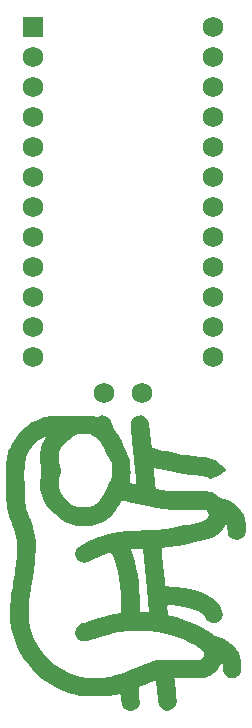
<source format=gbr>
%TF.GenerationSoftware,KiCad,Pcbnew,6.0.4*%
%TF.CreationDate,2022-04-03T20:08:53+02:00*%
%TF.ProjectId,lbd,6c62642e-6b69-4636-9164-5f7063625858,v1.0.0*%
%TF.SameCoordinates,Original*%
%TF.FileFunction,Legend,Bot*%
%TF.FilePolarity,Positive*%
%FSLAX46Y46*%
G04 Gerber Fmt 4.6, Leading zero omitted, Abs format (unit mm)*
G04 Created by KiCad (PCBNEW 6.0.4) date 2022-04-03 20:08:53*
%MOMM*%
%LPD*%
G01*
G04 APERTURE LIST*
%ADD10C,1.752600*%
%ADD11R,1.752600X1.752600*%
G04 APERTURE END LIST*
%TO.C,G\u002A\u002A\u002A*%
G36*
X191584423Y-119552990D02*
G01*
X191211193Y-119552486D01*
X190916484Y-119548582D01*
X190681148Y-119539979D01*
X190486037Y-119525376D01*
X190312002Y-119503472D01*
X190139894Y-119472966D01*
X190012143Y-119446199D01*
X189190067Y-119218781D01*
X188414324Y-118908268D01*
X187689562Y-118519203D01*
X187020430Y-118056128D01*
X186411575Y-117523586D01*
X185867648Y-116926120D01*
X185393295Y-116268273D01*
X184993166Y-115554587D01*
X184671909Y-114789604D01*
X184439467Y-114000413D01*
X184394583Y-113802879D01*
X184361396Y-113630482D01*
X184338178Y-113462483D01*
X184323203Y-113278145D01*
X184314744Y-113056729D01*
X184311075Y-112777498D01*
X184310446Y-112450769D01*
X184310992Y-112189649D01*
X184313266Y-111966369D01*
X184318743Y-111766581D01*
X184328896Y-111575935D01*
X184345200Y-111380082D01*
X184369128Y-111164674D01*
X184402155Y-110915360D01*
X184445754Y-110617792D01*
X184501400Y-110257620D01*
X184570567Y-109820496D01*
X184598967Y-109642115D01*
X184675149Y-109160727D01*
X184736719Y-108762049D01*
X184785214Y-108432442D01*
X184822169Y-108158267D01*
X184849120Y-107925886D01*
X184867603Y-107721660D01*
X184879155Y-107531951D01*
X184885311Y-107343119D01*
X184887607Y-107141527D01*
X184887771Y-107077692D01*
X184881535Y-106693442D01*
X184858317Y-106359775D01*
X184812828Y-106050512D01*
X184739778Y-105739472D01*
X184633879Y-105400476D01*
X184489841Y-105007344D01*
X184447382Y-104897864D01*
X184320113Y-104556839D01*
X184214794Y-104234790D01*
X184129706Y-103918166D01*
X184063125Y-103593419D01*
X184013331Y-103246998D01*
X183978600Y-102865354D01*
X183957212Y-102434938D01*
X183947445Y-101942199D01*
X183947577Y-101373589D01*
X183951430Y-101013157D01*
X185510252Y-101013157D01*
X185516866Y-101515183D01*
X185518063Y-101582500D01*
X185528291Y-102068558D01*
X185541249Y-102472559D01*
X185559353Y-102810136D01*
X185585015Y-103096924D01*
X185620652Y-103348557D01*
X185668676Y-103580668D01*
X185731503Y-103808892D01*
X185811547Y-104048864D01*
X185911222Y-104316217D01*
X185959351Y-104440000D01*
X186111234Y-104847360D01*
X186236107Y-105231924D01*
X186334397Y-105604974D01*
X186406527Y-105977797D01*
X186452922Y-106361674D01*
X186474006Y-106767891D01*
X186470205Y-107207732D01*
X186441942Y-107692480D01*
X186389644Y-108233420D01*
X186313733Y-108841836D01*
X186214635Y-109529012D01*
X186163374Y-109861923D01*
X186069355Y-110476611D01*
X185993422Y-111006104D01*
X185934791Y-111461062D01*
X185892676Y-111852142D01*
X185866295Y-112190003D01*
X185854862Y-112485304D01*
X185857593Y-112748702D01*
X185873704Y-112990857D01*
X185902411Y-113222426D01*
X185911737Y-113281580D01*
X186074736Y-114005036D01*
X186319075Y-114675842D01*
X186647585Y-115299488D01*
X187063098Y-115881465D01*
X187499216Y-116359791D01*
X188060248Y-116854063D01*
X188654164Y-117258046D01*
X189285694Y-117573806D01*
X189959569Y-117803409D01*
X190680522Y-117948919D01*
X191266923Y-118004756D01*
X191589877Y-118015301D01*
X191897697Y-118009350D01*
X192202202Y-117984060D01*
X192515209Y-117936586D01*
X192848539Y-117864085D01*
X193214009Y-117763711D01*
X193623439Y-117632621D01*
X194088647Y-117467971D01*
X194621452Y-117266915D01*
X195082874Y-117086430D01*
X196676324Y-116456154D01*
X200410923Y-116456154D01*
X200577000Y-116290077D01*
X200708545Y-116114973D01*
X200747087Y-115942968D01*
X200691584Y-115770925D01*
X200540988Y-115595712D01*
X200294256Y-115414194D01*
X200282508Y-115406842D01*
X199949601Y-115214542D01*
X199555286Y-115010451D01*
X199131927Y-114809661D01*
X198711886Y-114627263D01*
X198327526Y-114478349D01*
X198190925Y-114431508D01*
X197481010Y-114226989D01*
X196783352Y-114084823D01*
X196070869Y-114001336D01*
X196053846Y-114000693D01*
X195316481Y-113972857D01*
X194858980Y-113979778D01*
X194465919Y-113997247D01*
X194106018Y-114025528D01*
X193760927Y-114068162D01*
X193412295Y-114128686D01*
X193041771Y-114210642D01*
X192631004Y-114317569D01*
X192161643Y-114453006D01*
X191742460Y-114580902D01*
X191349260Y-114700323D01*
X191035532Y-114788311D01*
X190788745Y-114846287D01*
X190596368Y-114875672D01*
X190445871Y-114877887D01*
X190324723Y-114854351D01*
X190220393Y-114806487D01*
X190153111Y-114761103D01*
X189968473Y-114591138D01*
X189864956Y-114404725D01*
X189827041Y-114171099D01*
X189825961Y-114112491D01*
X189834147Y-113932017D01*
X189868150Y-113803732D01*
X189942139Y-113682830D01*
X189975427Y-113639823D01*
X190046290Y-113559375D01*
X190126249Y-113493898D01*
X190234042Y-113433806D01*
X190388408Y-113369516D01*
X190608086Y-113291445D01*
X190750046Y-113243656D01*
X191496372Y-113004084D01*
X192163630Y-112809377D01*
X192749328Y-112660232D01*
X193107109Y-112583766D01*
X193652871Y-112478221D01*
X193687822Y-112012668D01*
X193706303Y-111447520D01*
X193684771Y-110824990D01*
X193626315Y-110175369D01*
X193534025Y-109528946D01*
X193410990Y-108916011D01*
X193345508Y-108655825D01*
X193264903Y-108377544D01*
X193176184Y-108104456D01*
X193085812Y-107853277D01*
X193000244Y-107640724D01*
X192925939Y-107483512D01*
X192869354Y-107398357D01*
X192856090Y-107389073D01*
X192765026Y-107390890D01*
X192602511Y-107430858D01*
X192384299Y-107503094D01*
X192126143Y-107601714D01*
X191843799Y-107720836D01*
X191553019Y-107854575D01*
X191376971Y-107941461D01*
X191064355Y-108092785D01*
X190820825Y-108194535D01*
X190651327Y-108244744D01*
X190601394Y-108250000D01*
X190340155Y-108207962D01*
X190122274Y-108093042D01*
X189955570Y-107922035D01*
X189847859Y-107711736D01*
X189806959Y-107478938D01*
X189840688Y-107240436D01*
X189904990Y-107114567D01*
X194508331Y-107114567D01*
X194509503Y-107148193D01*
X194514445Y-107161461D01*
X194677247Y-107607520D01*
X194833699Y-108122650D01*
X194976057Y-108678238D01*
X195096574Y-109245673D01*
X195133017Y-109446731D01*
X195171601Y-109699864D01*
X195201556Y-109969398D01*
X195224204Y-110274297D01*
X195240868Y-110633522D01*
X195252868Y-111066034D01*
X195255616Y-111205192D01*
X195277107Y-112377500D01*
X195665476Y-112391687D01*
X196053846Y-112405874D01*
X196051237Y-112269572D01*
X196045924Y-112195529D01*
X196031645Y-112034004D01*
X196009341Y-111794705D01*
X195979948Y-111487337D01*
X195944407Y-111121609D01*
X195903656Y-110707227D01*
X195858633Y-110253899D01*
X195810277Y-109771331D01*
X195794795Y-109617692D01*
X195540961Y-107102115D01*
X195009982Y-107088192D01*
X194777297Y-107083198D01*
X194626568Y-107084385D01*
X194542133Y-107094070D01*
X194508331Y-107114567D01*
X189904990Y-107114567D01*
X189956864Y-107013024D01*
X190000452Y-106959021D01*
X190110021Y-106866538D01*
X190293190Y-106747545D01*
X190532514Y-106610957D01*
X190810549Y-106465686D01*
X191109850Y-106320646D01*
X191412972Y-106184748D01*
X191702472Y-106066908D01*
X191856918Y-106010467D01*
X192609547Y-105790740D01*
X193414180Y-105631969D01*
X194243095Y-105538652D01*
X194916248Y-105514132D01*
X195733562Y-105492849D01*
X196601692Y-105432725D01*
X197483475Y-105337392D01*
X198341750Y-105210479D01*
X198715961Y-105142967D01*
X199057825Y-105073703D01*
X199410464Y-104995669D01*
X199759327Y-104912731D01*
X200089865Y-104828759D01*
X200387528Y-104747619D01*
X200637766Y-104673180D01*
X200826030Y-104609309D01*
X200937768Y-104559875D01*
X200954955Y-104547766D01*
X201086930Y-104372797D01*
X201125048Y-104175149D01*
X201067451Y-103964999D01*
X201062880Y-103955993D01*
X201006613Y-103866434D01*
X200934648Y-103801254D01*
X200833144Y-103758046D01*
X200688265Y-103734406D01*
X200486172Y-103727928D01*
X200213025Y-103736207D01*
X199900426Y-103753944D01*
X199265077Y-103780606D01*
X198639805Y-103777986D01*
X198009648Y-103744345D01*
X197359644Y-103677941D01*
X196674830Y-103577034D01*
X195940246Y-103439881D01*
X195140929Y-103264741D01*
X194618094Y-103139232D01*
X194341221Y-103071710D01*
X194099330Y-103014284D01*
X193907424Y-102970388D01*
X193780508Y-102943454D01*
X193733630Y-102936842D01*
X193708378Y-102983264D01*
X193649073Y-103097075D01*
X193565934Y-103258578D01*
X193511307Y-103365385D01*
X193281918Y-103736975D01*
X192987729Y-104094487D01*
X192652421Y-104413658D01*
X192299676Y-104670229D01*
X192160831Y-104748946D01*
X191650139Y-104960134D01*
X191105930Y-105087475D01*
X190544810Y-105130972D01*
X190535258Y-105130286D01*
X189983385Y-105090623D01*
X189438261Y-104966430D01*
X188926044Y-104758391D01*
X188907630Y-104748925D01*
X188673996Y-104602300D01*
X188405901Y-104392837D01*
X188122301Y-104139494D01*
X187842154Y-103861228D01*
X187584416Y-103576996D01*
X187368044Y-103305755D01*
X187211996Y-103066461D01*
X187196844Y-103038139D01*
X186986370Y-102530757D01*
X186860520Y-101993389D01*
X186821764Y-101444821D01*
X186872574Y-100903841D01*
X186899107Y-100773970D01*
X186938759Y-100580437D01*
X186951868Y-100433769D01*
X186938435Y-100286813D01*
X186899107Y-100095261D01*
X186827665Y-99579559D01*
X186832667Y-99346974D01*
X188411462Y-99346974D01*
X188411520Y-99360000D01*
X188420642Y-99612570D01*
X188449036Y-99804075D01*
X188502710Y-99970236D01*
X188521423Y-100013421D01*
X188612241Y-100298972D01*
X188612997Y-100571847D01*
X188523749Y-100857086D01*
X188523353Y-100857970D01*
X188461679Y-101029670D01*
X188427161Y-101223793D01*
X188413879Y-101475427D01*
X188413449Y-101509231D01*
X188427200Y-101807222D01*
X188481488Y-102064673D01*
X188586402Y-102302716D01*
X188752031Y-102542484D01*
X188988465Y-102805111D01*
X189072190Y-102889034D01*
X189335469Y-103134435D01*
X189565832Y-103310771D01*
X189787033Y-103428553D01*
X190022829Y-103498292D01*
X190296975Y-103530497D01*
X190535258Y-103536346D01*
X190772696Y-103534272D01*
X190942704Y-103524188D01*
X191075520Y-103500301D01*
X191201382Y-103456818D01*
X191350526Y-103387945D01*
X191376576Y-103375164D01*
X191542938Y-103285062D01*
X191685652Y-103184821D01*
X191814991Y-103061323D01*
X191941230Y-102901448D01*
X192074641Y-102692080D01*
X192225498Y-102420098D01*
X192404075Y-102072384D01*
X192417042Y-102046539D01*
X192580403Y-101718716D01*
X192704583Y-101460416D01*
X192794693Y-101254084D01*
X192855842Y-101082167D01*
X192893140Y-100927112D01*
X192911698Y-100771365D01*
X192916624Y-100597373D01*
X192913030Y-100387582D01*
X192911924Y-100346533D01*
X192896783Y-99794412D01*
X192451701Y-98902608D01*
X192261966Y-98531083D01*
X192099840Y-98237026D01*
X191955342Y-98007737D01*
X191818492Y-97830514D01*
X191679310Y-97692655D01*
X191527815Y-97581459D01*
X191354027Y-97484223D01*
X191326481Y-97470575D01*
X191189941Y-97408735D01*
X191066187Y-97369196D01*
X190926277Y-97346977D01*
X190741268Y-97337099D01*
X190536948Y-97334719D01*
X190296173Y-97336240D01*
X190124091Y-97346136D01*
X189991763Y-97369365D01*
X189870248Y-97410886D01*
X189739243Y-97471410D01*
X189517539Y-97608849D01*
X189271275Y-97807431D01*
X189024212Y-98043394D01*
X188800112Y-98292978D01*
X188622736Y-98532420D01*
X188547948Y-98662705D01*
X188476442Y-98822382D01*
X188434776Y-98964521D01*
X188415574Y-99126819D01*
X188411462Y-99346974D01*
X186832667Y-99346974D01*
X186839067Y-99049392D01*
X186930373Y-98528536D01*
X187098638Y-98040767D01*
X187172378Y-97887605D01*
X187254786Y-97728487D01*
X187319062Y-97602697D01*
X187352040Y-97536016D01*
X187352779Y-97534359D01*
X187322972Y-97534094D01*
X187227081Y-97572668D01*
X187084713Y-97642009D01*
X187060053Y-97654831D01*
X186752083Y-97853709D01*
X186443166Y-98119178D01*
X186159571Y-98424262D01*
X185927569Y-98741987D01*
X185827513Y-98920385D01*
X185738010Y-99114190D01*
X185665718Y-99301820D01*
X185609152Y-99496046D01*
X185566827Y-99709641D01*
X185537260Y-99955377D01*
X185518965Y-100246026D01*
X185510457Y-100594363D01*
X185510252Y-101013157D01*
X183951430Y-101013157D01*
X183951610Y-100996346D01*
X183959617Y-100504667D01*
X183970635Y-100096627D01*
X183987070Y-99758175D01*
X184011325Y-99475261D01*
X184045804Y-99233832D01*
X184092911Y-99019838D01*
X184155050Y-98819228D01*
X184234626Y-98617950D01*
X184334041Y-98401953D01*
X184427964Y-98212115D01*
X184766405Y-97640895D01*
X185171080Y-97141317D01*
X185643691Y-96711676D01*
X186185944Y-96350268D01*
X186406731Y-96232414D01*
X186631481Y-96121423D01*
X186830114Y-96029896D01*
X187015098Y-95955951D01*
X187198904Y-95897704D01*
X187394000Y-95853272D01*
X187612854Y-95820772D01*
X187867938Y-95798322D01*
X188171718Y-95784039D01*
X188536665Y-95776038D01*
X188975248Y-95772438D01*
X189459615Y-95771390D01*
X189971042Y-95771917D01*
X190392902Y-95774660D01*
X190733305Y-95779875D01*
X191000356Y-95787814D01*
X191202164Y-95798734D01*
X191346835Y-95812889D01*
X191442476Y-95830534D01*
X191455047Y-95834082D01*
X191603002Y-95870226D01*
X191713029Y-95865643D01*
X191837058Y-95817936D01*
X191840520Y-95816297D01*
X192085517Y-95748562D01*
X192326901Y-95768196D01*
X192548777Y-95865652D01*
X192735252Y-96031380D01*
X192870433Y-96255833D01*
X192930989Y-96471408D01*
X192986933Y-96673941D01*
X193098397Y-96872552D01*
X193175631Y-96975892D01*
X193282349Y-97130626D01*
X193416462Y-97355931D01*
X193569181Y-97633860D01*
X193731723Y-97946466D01*
X193895300Y-98275805D01*
X194051126Y-98603929D01*
X194190415Y-98912893D01*
X194304382Y-99184751D01*
X194384241Y-99401558D01*
X194413800Y-99504915D01*
X194447624Y-99713933D01*
X194471847Y-99984181D01*
X194485993Y-100287823D01*
X194489585Y-100597025D01*
X194482147Y-100883953D01*
X194463204Y-101120773D01*
X194443457Y-101239206D01*
X194419018Y-101364190D01*
X194412541Y-101441049D01*
X194415146Y-101449890D01*
X194471492Y-101473714D01*
X194586125Y-101507483D01*
X194725838Y-101543046D01*
X194857422Y-101572250D01*
X194947670Y-101586943D01*
X194967979Y-101585611D01*
X194966661Y-101535041D01*
X194956281Y-101396399D01*
X194937683Y-101178800D01*
X194911709Y-100891361D01*
X194879204Y-100543197D01*
X194841011Y-100143426D01*
X194797972Y-99701162D01*
X194750933Y-99225523D01*
X194733016Y-99046228D01*
X194682671Y-98534456D01*
X194637302Y-98054788D01*
X194597655Y-97616326D01*
X194564478Y-97228172D01*
X194538517Y-96899426D01*
X194520518Y-96639191D01*
X194511228Y-96456568D01*
X194511393Y-96360658D01*
X194512254Y-96354443D01*
X194586518Y-96172423D01*
X194724585Y-95995098D01*
X194897650Y-95851687D01*
X195076909Y-95771412D01*
X195089577Y-95768793D01*
X195368502Y-95760755D01*
X195624615Y-95837310D01*
X195838867Y-95989634D01*
X195978184Y-96180373D01*
X196003560Y-96268375D01*
X196034941Y-96438585D01*
X196070132Y-96675866D01*
X196106941Y-96965079D01*
X196143171Y-97291085D01*
X196152574Y-97383497D01*
X196185096Y-97697292D01*
X196216509Y-97977981D01*
X196245007Y-98211106D01*
X196268779Y-98382212D01*
X196286018Y-98476840D01*
X196291048Y-98490503D01*
X196349966Y-98513987D01*
X196490597Y-98553350D01*
X196698830Y-98605472D01*
X196960550Y-98667234D01*
X197261645Y-98735515D01*
X197588001Y-98807195D01*
X197925505Y-98879155D01*
X198260044Y-98948275D01*
X198577505Y-99011435D01*
X198863774Y-99065515D01*
X199009038Y-99091334D01*
X199333045Y-99142715D01*
X199688040Y-99191681D01*
X200033095Y-99232992D01*
X200327277Y-99261407D01*
X200352308Y-99263336D01*
X200607146Y-99285619D01*
X200845048Y-99312178D01*
X201038814Y-99339622D01*
X201158269Y-99363718D01*
X201385577Y-99447129D01*
X201642870Y-99571873D01*
X201894072Y-99717979D01*
X202103110Y-99865472D01*
X202171329Y-99924613D01*
X202318685Y-100074784D01*
X202449855Y-100226820D01*
X202548123Y-100359538D01*
X202596771Y-100451758D01*
X202599231Y-100466796D01*
X202557535Y-100503286D01*
X202442468Y-100573018D01*
X202269057Y-100667654D01*
X202052333Y-100778853D01*
X201913974Y-100847037D01*
X201652061Y-100973055D01*
X201463050Y-101059835D01*
X201332646Y-101112192D01*
X201246557Y-101134941D01*
X201190487Y-101132898D01*
X201150144Y-101110879D01*
X201144647Y-101106223D01*
X201014322Y-101010159D01*
X200861845Y-100938702D01*
X200667861Y-100886485D01*
X200413014Y-100848145D01*
X200115900Y-100821091D01*
X199568938Y-100765426D01*
X198931790Y-100673238D01*
X198204331Y-100544507D01*
X197386433Y-100379212D01*
X197282537Y-100356991D01*
X197016354Y-100301284D01*
X196784985Y-100255785D01*
X196604599Y-100223438D01*
X196491365Y-100207186D01*
X196460277Y-100207287D01*
X196456606Y-100261777D01*
X196462691Y-100394113D01*
X196476624Y-100585150D01*
X196496497Y-100815739D01*
X196520404Y-101066733D01*
X196546438Y-101318987D01*
X196572691Y-101553352D01*
X196597255Y-101750682D01*
X196618225Y-101891830D01*
X196633691Y-101957648D01*
X196634794Y-101959274D01*
X196693071Y-101981238D01*
X196826424Y-102013355D01*
X197013384Y-102050853D01*
X197177966Y-102079990D01*
X197339784Y-102104267D01*
X197513757Y-102123818D01*
X197712394Y-102139143D01*
X197948203Y-102150742D01*
X198233691Y-102159114D01*
X198581367Y-102164759D01*
X199003739Y-102168175D01*
X199424231Y-102169686D01*
X199887418Y-102171080D01*
X200263620Y-102173356D01*
X200563545Y-102177034D01*
X200797899Y-102182634D01*
X200977389Y-102190678D01*
X201112721Y-102201684D01*
X201214603Y-102216174D01*
X201293742Y-102234669D01*
X201360845Y-102257688D01*
X201378077Y-102264659D01*
X201776335Y-102476100D01*
X202013077Y-102660233D01*
X202125532Y-102730317D01*
X202293771Y-102801300D01*
X202447177Y-102848464D01*
X202904149Y-103011618D01*
X203308735Y-103257200D01*
X203614315Y-103533943D01*
X203879516Y-103860096D01*
X204068613Y-104195853D01*
X204189312Y-104562008D01*
X204249316Y-104979360D01*
X204259420Y-105275373D01*
X204256752Y-105504639D01*
X204245061Y-105662215D01*
X204219832Y-105773999D01*
X204176552Y-105865889D01*
X204148934Y-105909210D01*
X203954192Y-106123909D01*
X203726878Y-106253750D01*
X203482794Y-106298336D01*
X203237741Y-106257266D01*
X203007521Y-106130143D01*
X202826627Y-105942585D01*
X202773694Y-105845804D01*
X202735514Y-105708273D01*
X202707370Y-105508604D01*
X202691973Y-105332008D01*
X202676192Y-105126468D01*
X202662569Y-104960077D01*
X202652977Y-104855133D01*
X202649892Y-104830769D01*
X202626417Y-104857703D01*
X202571052Y-104951731D01*
X202495697Y-105092624D01*
X202494346Y-105095240D01*
X202302757Y-105392030D01*
X202053453Y-105669056D01*
X201774511Y-105898224D01*
X201573461Y-106016672D01*
X201368993Y-106100019D01*
X201083224Y-106194040D01*
X200731493Y-106295104D01*
X200329139Y-106399580D01*
X199891500Y-106503836D01*
X199433915Y-106604244D01*
X198971722Y-106697171D01*
X198520261Y-106778987D01*
X198094870Y-106846062D01*
X198032115Y-106854924D01*
X197715996Y-106898833D01*
X197483705Y-106932021D01*
X197322352Y-106957522D01*
X197219047Y-106978374D01*
X197160899Y-106997612D01*
X197135019Y-107018270D01*
X197128515Y-107043385D01*
X197128600Y-107067694D01*
X197133426Y-107135992D01*
X197147004Y-107288586D01*
X197168097Y-107512594D01*
X197195468Y-107795131D01*
X197227880Y-108123315D01*
X197264095Y-108484263D01*
X197275000Y-108591923D01*
X197312074Y-108959837D01*
X197345701Y-109298637D01*
X197374642Y-109595449D01*
X197397661Y-109837398D01*
X197413520Y-110011610D01*
X197420983Y-110105211D01*
X197421399Y-110115373D01*
X197422961Y-110145685D01*
X197435974Y-110169363D01*
X197473110Y-110188881D01*
X197547036Y-110206712D01*
X197670423Y-110225329D01*
X197855939Y-110247206D01*
X198116253Y-110274818D01*
X198374038Y-110301378D01*
X199141097Y-110404807D01*
X199831612Y-110548941D01*
X200443260Y-110732724D01*
X200973715Y-110955098D01*
X201420654Y-111215008D01*
X201781750Y-111511398D01*
X202054681Y-111843209D01*
X202156572Y-112020494D01*
X202275659Y-112335364D01*
X202302577Y-112618518D01*
X202237408Y-112869548D01*
X202080233Y-113088046D01*
X201919210Y-113218934D01*
X201698019Y-113313817D01*
X201459522Y-113327002D01*
X201225409Y-113266359D01*
X201017369Y-113139763D01*
X200857090Y-112955087D01*
X200789153Y-112808723D01*
X200688302Y-112648857D01*
X200497706Y-112494326D01*
X200225278Y-112347858D01*
X199878930Y-112212180D01*
X199466575Y-112090019D01*
X198996126Y-111984101D01*
X198475494Y-111897155D01*
X197971058Y-111837426D01*
X197805666Y-111821214D01*
X197697870Y-111821285D01*
X197637702Y-111853341D01*
X197615195Y-111933086D01*
X197620381Y-112076223D01*
X197643293Y-112298456D01*
X197648304Y-112345902D01*
X197679684Y-112646135D01*
X197880323Y-112698413D01*
X198423167Y-112856901D01*
X198985893Y-113052274D01*
X199549554Y-113276005D01*
X200095206Y-113519569D01*
X200603902Y-113774442D01*
X201056698Y-114032099D01*
X201434648Y-114284014D01*
X201480783Y-114318546D01*
X201737151Y-114465055D01*
X201988654Y-114546420D01*
X202365139Y-114659047D01*
X202698156Y-114828128D01*
X203015189Y-115069167D01*
X203164267Y-115209512D01*
X203441233Y-115520970D01*
X203641962Y-115837706D01*
X203774642Y-116180517D01*
X203847463Y-116570199D01*
X203868651Y-116998450D01*
X203865983Y-117227716D01*
X203854291Y-117385292D01*
X203829063Y-117497076D01*
X203785783Y-117588966D01*
X203758164Y-117632287D01*
X203563423Y-117846986D01*
X203336109Y-117976827D01*
X203092024Y-118021413D01*
X202846971Y-117980343D01*
X202616752Y-117853220D01*
X202435857Y-117665662D01*
X202382925Y-117568881D01*
X202344745Y-117431350D01*
X202316601Y-117231681D01*
X202301204Y-117055085D01*
X202285645Y-116849552D01*
X202272619Y-116683165D01*
X202263895Y-116578218D01*
X202261434Y-116553846D01*
X202240423Y-116581370D01*
X202189317Y-116676952D01*
X202119107Y-116820017D01*
X202117926Y-116822500D01*
X201882221Y-117210767D01*
X201576821Y-117530578D01*
X201201958Y-117781698D01*
X201144962Y-117810859D01*
X200772966Y-117994808D01*
X199491671Y-118010583D01*
X198210375Y-118026358D01*
X198231789Y-118181544D01*
X198253415Y-118356151D01*
X198278825Y-118589097D01*
X198306013Y-118858527D01*
X198332974Y-119142587D01*
X198357699Y-119419425D01*
X198378181Y-119667185D01*
X198392415Y-119864014D01*
X198398394Y-119988059D01*
X198398461Y-119996592D01*
X198351284Y-120238362D01*
X198216378Y-120461298D01*
X198011518Y-120643549D01*
X197790408Y-120738164D01*
X197551162Y-120751014D01*
X197316074Y-120689265D01*
X197107433Y-120560089D01*
X196947533Y-120370653D01*
X196905696Y-120287922D01*
X196880169Y-120190819D01*
X196849524Y-120015775D01*
X196816561Y-119782220D01*
X196784084Y-119509586D01*
X196761296Y-119286576D01*
X196732920Y-118999096D01*
X196705005Y-118737567D01*
X196679729Y-118520867D01*
X196659268Y-118367873D01*
X196648054Y-118304913D01*
X196615577Y-118175404D01*
X195907308Y-118458913D01*
X195199038Y-118742422D01*
X195202396Y-118930346D01*
X195207296Y-119057732D01*
X195217860Y-119252612D01*
X195232371Y-119485066D01*
X195244059Y-119655577D01*
X195259810Y-119892847D01*
X195265166Y-120055397D01*
X195257636Y-120165881D01*
X195234728Y-120246952D01*
X195193950Y-120321262D01*
X195166270Y-120362684D01*
X194978177Y-120579659D01*
X194768340Y-120705375D01*
X194525784Y-120745669D01*
X194452109Y-120742568D01*
X194197609Y-120694548D01*
X194002193Y-120590478D01*
X193858593Y-120421357D01*
X193759541Y-120178180D01*
X193697768Y-119851945D01*
X193691870Y-119800881D01*
X193666906Y-119584483D01*
X193645067Y-119448488D01*
X193620637Y-119376005D01*
X193587903Y-119350147D01*
X193541151Y-119354024D01*
X193540720Y-119354126D01*
X193261145Y-119418842D01*
X193027867Y-119467671D01*
X192818711Y-119502869D01*
X192611502Y-119526687D01*
X192384065Y-119541382D01*
X192114224Y-119549208D01*
X191779804Y-119552417D01*
X191589877Y-119552974D01*
X191584423Y-119552990D01*
G37*
%TD*%
D10*
%TO.C,*%
X195470000Y-93850000D03*
X192230000Y-93850000D03*
%TD*%
D11*
%TO.C,MCU1*%
X186230000Y-62880000D03*
D10*
X186230000Y-65420000D03*
X186230000Y-67960000D03*
X186230000Y-70500000D03*
X186230000Y-73040000D03*
X186230000Y-75580000D03*
X186230000Y-78120000D03*
X186230000Y-80660000D03*
X186230000Y-83200000D03*
X186230000Y-85740000D03*
X186230000Y-88280000D03*
X186230000Y-90820000D03*
X201470000Y-62880000D03*
X201470000Y-65420000D03*
X201470000Y-67960000D03*
X201470000Y-70500000D03*
X201470000Y-73040000D03*
X201470000Y-75580000D03*
X201470000Y-78120000D03*
X201470000Y-80660000D03*
X201470000Y-83200000D03*
X201470000Y-85740000D03*
X201470000Y-88280000D03*
X201470000Y-90820000D03*
%TD*%
M02*

</source>
